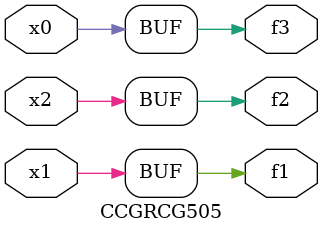
<source format=v>
module CCGRCG505(
	input x0, x1, x2,
	output f1, f2, f3
);
	assign f1 = x1;
	assign f2 = x2;
	assign f3 = x0;
endmodule

</source>
